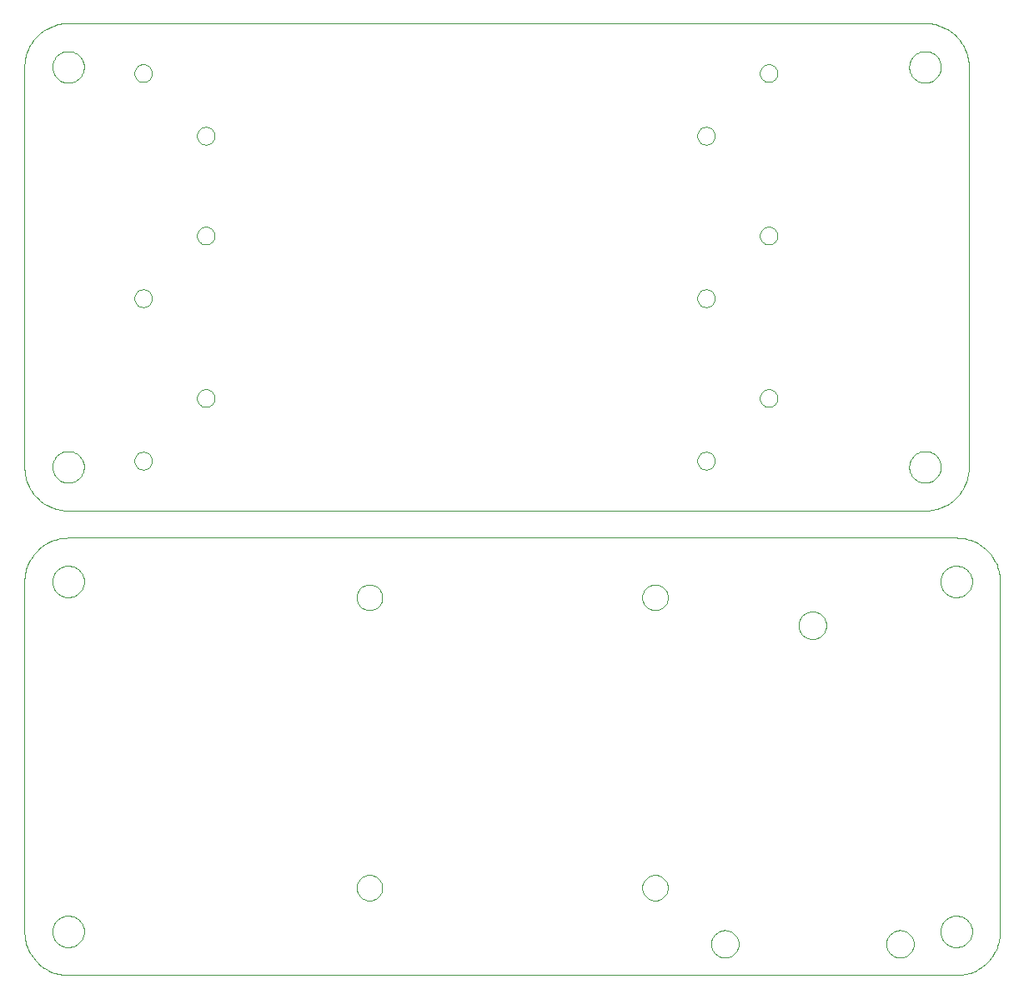
<source format=gbp>
%MOIN*%
%OFA0B0*%
%FSLAX24Y24*%
%IPPOS*%
%LPD*%
%AMOC8*
5,1,8,0,0,$1,202.5*%
%AMOC80*
5,1,8,0,0,$1,-67.5*%
%ADD10C,0*%
%ADD21C,0*%
G75*
%LPD*%
D10*
X037345Y017463D02*
X001844Y017463D01*
X002475Y015713D02*
X002473Y015663D01*
X002467Y015613D01*
X002457Y015564D01*
X002443Y015516D01*
X002426Y015469D01*
X002405Y015424D01*
X002380Y015380D01*
X002352Y015339D01*
X002320Y015300D01*
X002286Y015263D01*
X002249Y015229D01*
X002209Y015199D01*
X002167Y015172D01*
X002123Y015148D01*
X002077Y015127D01*
X002030Y015111D01*
X001981Y015098D01*
X001932Y015088D01*
X001882Y015084D01*
X001832Y015083D01*
X001782Y015086D01*
X001733Y015093D01*
X001684Y015104D01*
X001636Y015119D01*
X001590Y015137D01*
X001545Y015159D01*
X001502Y015185D01*
X001461Y015214D01*
X001422Y015245D01*
X001386Y015281D01*
X001354Y015319D01*
X001324Y015359D01*
X001297Y015402D01*
X001274Y015446D01*
X001255Y015491D01*
X001239Y015540D01*
X001227Y015589D01*
X001219Y015638D01*
X001215Y015688D01*
X001215Y015738D01*
X001219Y015788D01*
X001227Y015837D01*
X001239Y015886D01*
X001255Y015934D01*
X001274Y015980D01*
X001297Y016024D01*
X001324Y016067D01*
X001354Y016107D01*
X001386Y016145D01*
X001422Y016180D01*
X001461Y016212D01*
X001502Y016240D01*
X001545Y016267D01*
X001590Y016289D01*
X001636Y016306D01*
X001684Y016322D01*
X001733Y016333D01*
X001782Y016339D01*
X001832Y016343D01*
X001882Y016342D01*
X001932Y016337D01*
X001981Y016328D01*
X002030Y016315D01*
X002077Y016298D01*
X002123Y016277D01*
X002167Y016254D01*
X002209Y016227D01*
X002249Y016197D01*
X002286Y016163D01*
X002320Y016126D01*
X002352Y016087D01*
X002380Y016046D01*
X002405Y016002D01*
X002426Y015956D01*
X002443Y015910D01*
X002457Y015862D01*
X002467Y015813D01*
X002473Y015763D01*
X002475Y015713D01*
X001844Y017463D02*
X001761Y017460D01*
X001678Y017455D01*
X001596Y017445D01*
X001514Y017431D01*
X001432Y017414D01*
X001351Y017392D01*
X001273Y017367D01*
X001195Y017338D01*
X001118Y017305D01*
X001043Y017268D01*
X000970Y017229D01*
X000898Y017185D01*
X000830Y017139D01*
X000763Y017089D01*
X000699Y017036D01*
X000637Y016980D01*
X000578Y016921D01*
X000522Y016859D01*
X000468Y016795D01*
X000419Y016728D01*
X000373Y016659D01*
X000329Y016588D01*
X000290Y016515D01*
X000253Y016440D01*
X000220Y016362D01*
X000191Y016285D01*
X000166Y016206D01*
X000144Y016126D01*
X000127Y016044D01*
X000112Y015962D01*
X000102Y015878D01*
X000097Y015795D01*
X000095Y015713D01*
X000095Y001713D01*
X002475Y001713D02*
X002473Y001662D01*
X002467Y001613D01*
X002457Y001564D01*
X002443Y001516D01*
X002426Y001469D01*
X002405Y001424D01*
X002380Y001380D01*
X002352Y001339D01*
X002320Y001300D01*
X002286Y001263D01*
X002249Y001229D01*
X002209Y001199D01*
X002167Y001172D01*
X002123Y001148D01*
X002077Y001127D01*
X002030Y001111D01*
X001981Y001098D01*
X001932Y001089D01*
X001882Y001084D01*
X001832Y001083D01*
X001782Y001086D01*
X001733Y001093D01*
X001684Y001104D01*
X001636Y001119D01*
X001590Y001137D01*
X001545Y001159D01*
X001502Y001185D01*
X001461Y001214D01*
X001422Y001246D01*
X001386Y001281D01*
X001354Y001319D01*
X001324Y001359D01*
X001297Y001402D01*
X001274Y001446D01*
X001255Y001492D01*
X001239Y001540D01*
X001227Y001589D01*
X001219Y001638D01*
X001215Y001688D01*
X001215Y001738D01*
X001219Y001787D01*
X001227Y001836D01*
X001239Y001886D01*
X001255Y001933D01*
X001274Y001980D01*
X001297Y002024D01*
X001324Y002067D01*
X001354Y002107D01*
X001386Y002145D01*
X001422Y002180D01*
X001461Y002212D01*
X001502Y002241D01*
X001545Y002267D01*
X001590Y002289D01*
X001636Y002307D01*
X001684Y002322D01*
X001733Y002333D01*
X001782Y002340D01*
X001832Y002343D01*
X001882Y002342D01*
X001932Y002337D01*
X001981Y002328D01*
X002030Y002315D01*
X002077Y002299D01*
X002123Y002278D01*
X002167Y002254D01*
X002209Y002227D01*
X002249Y002197D01*
X002286Y002163D01*
X002320Y002126D01*
X002352Y002087D01*
X002380Y002046D01*
X002405Y002002D01*
X002426Y001957D01*
X002443Y001910D01*
X002457Y001862D01*
X002467Y001813D01*
X002473Y001763D01*
X002475Y001713D01*
X001844Y-000036D02*
X001761Y-000034D01*
X001678Y-000027D01*
X001596Y-000018D01*
X001514Y-000004D01*
X001432Y000011D01*
X001351Y000034D01*
X001273Y000059D01*
X001195Y000088D01*
X001118Y000120D01*
X001043Y000158D01*
X000970Y000197D01*
X000898Y000241D01*
X000830Y000287D01*
X000763Y000337D01*
X000699Y000390D01*
X000637Y000445D01*
X000578Y000505D01*
X000522Y000567D01*
X000468Y000631D01*
X000419Y000698D01*
X000373Y000767D01*
X000329Y000838D01*
X000290Y000910D01*
X000253Y000985D01*
X000220Y001063D01*
X000191Y001141D01*
X000166Y001220D01*
X000144Y001300D01*
X000127Y001382D01*
X000112Y001464D01*
X000102Y001547D01*
X000097Y001630D01*
X000095Y001713D01*
X001844Y-000036D02*
X037345Y-000036D01*
X035645Y001213D02*
X035644Y001166D01*
X035637Y001120D01*
X035628Y001074D01*
X035615Y001029D01*
X035597Y000985D01*
X035576Y000944D01*
X035552Y000903D01*
X035524Y000867D01*
X035493Y000831D01*
X035459Y000799D01*
X035423Y000770D01*
X035384Y000743D01*
X035343Y000721D01*
X035300Y000702D01*
X035256Y000686D01*
X035211Y000674D01*
X035165Y000666D01*
X035118Y000662D01*
X035072Y000662D01*
X035025Y000666D01*
X034979Y000674D01*
X034934Y000686D01*
X034890Y000702D01*
X034847Y000721D01*
X034806Y000743D01*
X034767Y000770D01*
X034731Y000799D01*
X034696Y000831D01*
X034666Y000867D01*
X034638Y000903D01*
X034614Y000944D01*
X034592Y000985D01*
X034575Y001029D01*
X034562Y001074D01*
X034552Y001120D01*
X034546Y001166D01*
X034544Y001213D01*
X034546Y001260D01*
X034552Y001306D01*
X034562Y001351D01*
X034575Y001397D01*
X034592Y001440D01*
X034614Y001482D01*
X034638Y001522D01*
X034666Y001559D01*
X034696Y001593D01*
X034731Y001627D01*
X034767Y001655D01*
X034806Y001681D01*
X034847Y001705D01*
X034890Y001723D01*
X034934Y001739D01*
X034979Y001752D01*
X035025Y001760D01*
X035072Y001764D01*
X035118Y001764D01*
X035165Y001760D01*
X035211Y001752D01*
X035256Y001739D01*
X035300Y001723D01*
X035343Y001705D01*
X035384Y001681D01*
X035423Y001655D01*
X035459Y001627D01*
X035493Y001593D01*
X035524Y001559D01*
X035552Y001522D01*
X035576Y001482D01*
X035597Y001440D01*
X035615Y001397D01*
X035628Y001351D01*
X035637Y001306D01*
X035644Y001260D01*
X035645Y001213D01*
X037975Y001713D02*
X037973Y001662D01*
X037967Y001613D01*
X037957Y001564D01*
X037943Y001516D01*
X037926Y001469D01*
X037905Y001424D01*
X037880Y001380D01*
X037852Y001339D01*
X037820Y001300D01*
X037786Y001263D01*
X037749Y001229D01*
X037709Y001199D01*
X037667Y001172D01*
X037623Y001148D01*
X037577Y001127D01*
X037530Y001111D01*
X037482Y001098D01*
X037432Y001089D01*
X037383Y001084D01*
X037332Y001083D01*
X037282Y001086D01*
X037233Y001093D01*
X037184Y001104D01*
X037136Y001119D01*
X037089Y001137D01*
X037045Y001159D01*
X037002Y001185D01*
X036961Y001214D01*
X036922Y001246D01*
X036886Y001281D01*
X036853Y001319D01*
X036824Y001359D01*
X036797Y001402D01*
X036774Y001446D01*
X036755Y001492D01*
X036739Y001540D01*
X036727Y001589D01*
X036719Y001638D01*
X036715Y001688D01*
X036715Y001738D01*
X036719Y001787D01*
X036727Y001836D01*
X036739Y001886D01*
X036755Y001933D01*
X036774Y001980D01*
X036797Y002024D01*
X036824Y002067D01*
X036853Y002107D01*
X036886Y002145D01*
X036922Y002180D01*
X036961Y002212D01*
X037002Y002241D01*
X037045Y002267D01*
X037089Y002289D01*
X037136Y002307D01*
X037184Y002322D01*
X037233Y002333D01*
X037282Y002340D01*
X037332Y002343D01*
X037383Y002342D01*
X037432Y002337D01*
X037482Y002328D01*
X037530Y002315D01*
X037577Y002299D01*
X037623Y002278D01*
X037667Y002254D01*
X037709Y002227D01*
X037749Y002197D01*
X037786Y002163D01*
X037820Y002126D01*
X037852Y002087D01*
X037880Y002046D01*
X037905Y002002D01*
X037926Y001957D01*
X037943Y001910D01*
X037957Y001862D01*
X037967Y001813D01*
X037973Y001763D01*
X037975Y001713D01*
X039095Y001713D02*
X039093Y001630D01*
X039087Y001547D01*
X039077Y001464D01*
X039063Y001382D01*
X039045Y001300D01*
X039024Y001220D01*
X038999Y001141D01*
X038970Y001063D01*
X038937Y000985D01*
X038900Y000910D01*
X038861Y000838D01*
X038817Y000767D01*
X038771Y000698D01*
X038721Y000631D01*
X038668Y000567D01*
X038612Y000505D01*
X038553Y000445D01*
X038491Y000390D01*
X038427Y000337D01*
X038360Y000287D01*
X038291Y000241D01*
X038220Y000197D01*
X038147Y000158D01*
X038072Y000120D01*
X037995Y000088D01*
X037917Y000059D01*
X037837Y000034D01*
X037758Y000011D01*
X037676Y-000004D01*
X037593Y-000018D01*
X037511Y-000027D01*
X037428Y-000034D01*
X037345Y-000036D01*
X039095Y001713D02*
X039095Y015713D01*
X037975Y015713D02*
X037973Y015663D01*
X037967Y015613D01*
X037957Y015564D01*
X037943Y015516D01*
X037926Y015469D01*
X037905Y015424D01*
X037880Y015380D01*
X037852Y015339D01*
X037820Y015300D01*
X037786Y015263D01*
X037749Y015229D01*
X037709Y015199D01*
X037667Y015172D01*
X037623Y015148D01*
X037577Y015127D01*
X037530Y015111D01*
X037482Y015098D01*
X037432Y015088D01*
X037383Y015084D01*
X037332Y015083D01*
X037282Y015086D01*
X037233Y015093D01*
X037184Y015104D01*
X037136Y015119D01*
X037089Y015137D01*
X037045Y015159D01*
X037002Y015185D01*
X036961Y015214D01*
X036922Y015245D01*
X036886Y015281D01*
X036853Y015319D01*
X036824Y015359D01*
X036797Y015402D01*
X036774Y015446D01*
X036755Y015491D01*
X036739Y015540D01*
X036727Y015589D01*
X036719Y015638D01*
X036715Y015688D01*
X036715Y015738D01*
X036719Y015788D01*
X036727Y015837D01*
X036739Y015886D01*
X036755Y015934D01*
X036774Y015980D01*
X036797Y016024D01*
X036824Y016067D01*
X036853Y016107D01*
X036886Y016145D01*
X036922Y016180D01*
X036961Y016212D01*
X037002Y016240D01*
X037045Y016267D01*
X037089Y016289D01*
X037136Y016306D01*
X037184Y016322D01*
X037233Y016333D01*
X037282Y016339D01*
X037332Y016343D01*
X037383Y016342D01*
X037432Y016337D01*
X037482Y016328D01*
X037530Y016315D01*
X037577Y016298D01*
X037623Y016277D01*
X037667Y016254D01*
X037709Y016227D01*
X037749Y016197D01*
X037786Y016163D01*
X037820Y016126D01*
X037852Y016087D01*
X037880Y016046D01*
X037905Y016002D01*
X037926Y015956D01*
X037943Y015910D01*
X037957Y015862D01*
X037967Y015813D01*
X037973Y015763D01*
X037975Y015713D01*
X039095Y015713D02*
X039093Y015795D01*
X039087Y015878D01*
X039077Y015962D01*
X039063Y016044D01*
X039045Y016126D01*
X039024Y016206D01*
X038999Y016285D01*
X038970Y016362D01*
X038937Y016440D01*
X038900Y016515D01*
X038861Y016588D01*
X038817Y016659D01*
X038771Y016728D01*
X038721Y016795D01*
X038668Y016859D01*
X038612Y016921D01*
X038553Y016980D01*
X038491Y017036D01*
X038427Y017089D01*
X038360Y017139D01*
X038291Y017185D01*
X038220Y017229D01*
X038147Y017268D01*
X038072Y017305D01*
X037995Y017338D01*
X037917Y017367D01*
X037837Y017392D01*
X037758Y017414D01*
X037676Y017431D01*
X037593Y017445D01*
X037511Y017455D01*
X037428Y017460D01*
X037345Y017463D01*
X032146Y013963D02*
X032144Y013915D01*
X032138Y013870D01*
X032128Y013824D01*
X032115Y013778D01*
X032097Y013735D01*
X032075Y013694D01*
X032052Y013654D01*
X032024Y013617D01*
X031993Y013582D01*
X031959Y013549D01*
X031923Y013520D01*
X031884Y013493D01*
X031843Y013471D01*
X031800Y013452D01*
X031756Y013435D01*
X031711Y013423D01*
X031664Y013415D01*
X031618Y013412D01*
X031572Y013412D01*
X031525Y013415D01*
X031479Y013423D01*
X031434Y013435D01*
X031389Y013452D01*
X031347Y013471D01*
X031306Y013493D01*
X031267Y013520D01*
X031231Y013549D01*
X031196Y013582D01*
X031166Y013617D01*
X031138Y013654D01*
X031114Y013694D01*
X031093Y013735D01*
X031075Y013778D01*
X031062Y013824D01*
X031052Y013870D01*
X031046Y013915D01*
X031044Y013963D01*
X031046Y014010D01*
X031052Y014056D01*
X031062Y014101D01*
X031075Y014147D01*
X031093Y014190D01*
X031114Y014232D01*
X031138Y014271D01*
X031166Y014309D01*
X031196Y014343D01*
X031231Y014377D01*
X031267Y014406D01*
X031306Y014432D01*
X031347Y014455D01*
X031389Y014474D01*
X031434Y014490D01*
X031479Y014502D01*
X031525Y014510D01*
X031572Y014513D01*
X031618Y014513D01*
X031664Y014510D01*
X031711Y014502D01*
X031756Y014490D01*
X031800Y014474D01*
X031843Y014455D01*
X031884Y014432D01*
X031923Y014406D01*
X031959Y014377D01*
X031993Y014343D01*
X032024Y014309D01*
X032052Y014271D01*
X032075Y014232D01*
X032097Y014190D01*
X032115Y014147D01*
X032128Y014101D01*
X032138Y014056D01*
X032144Y014010D01*
X032146Y013963D01*
X025816Y015077D02*
X025814Y015032D01*
X025808Y014988D01*
X025798Y014943D01*
X025785Y014902D01*
X025767Y014861D01*
X025747Y014821D01*
X025722Y014783D01*
X025696Y014748D01*
X025666Y014715D01*
X025633Y014685D01*
X025598Y014658D01*
X025560Y014634D01*
X025519Y014613D01*
X025479Y014596D01*
X025437Y014581D01*
X025393Y014573D01*
X025349Y014567D01*
X025304Y014564D01*
X025259Y014567D01*
X025215Y014573D01*
X025171Y014581D01*
X025129Y014596D01*
X025088Y014613D01*
X025048Y014634D01*
X025010Y014658D01*
X024975Y014685D01*
X024942Y014715D01*
X024912Y014748D01*
X024885Y014783D01*
X024861Y014821D01*
X024840Y014861D01*
X024823Y014902D01*
X024809Y014943D01*
X024800Y014988D01*
X024794Y015032D01*
X024792Y015077D01*
X024794Y015121D01*
X024800Y015166D01*
X024809Y015209D01*
X024823Y015251D01*
X024840Y015293D01*
X024861Y015332D01*
X024885Y015371D01*
X024912Y015406D01*
X024942Y015439D01*
X024975Y015469D01*
X025010Y015496D01*
X025048Y015520D01*
X025088Y015541D01*
X025129Y015558D01*
X025171Y015572D01*
X025215Y015581D01*
X025259Y015587D01*
X025304Y015589D01*
X025349Y015587D01*
X025393Y015581D01*
X025437Y015572D01*
X025479Y015558D01*
X025519Y015541D01*
X025560Y015520D01*
X025598Y015496D01*
X025633Y015469D01*
X025666Y015439D01*
X025696Y015406D01*
X025722Y015371D01*
X025747Y015332D01*
X025767Y015293D01*
X025785Y015251D01*
X025798Y015209D01*
X025808Y015166D01*
X025814Y015121D01*
X025816Y015077D01*
X014399Y015077D02*
X014397Y015032D01*
X014391Y014988D01*
X014382Y014943D01*
X014368Y014902D01*
X014351Y014861D01*
X014330Y014821D01*
X014306Y014783D01*
X014279Y014748D01*
X014249Y014715D01*
X014215Y014685D01*
X014181Y014658D01*
X014142Y014634D01*
X014103Y014613D01*
X014061Y014596D01*
X014020Y014581D01*
X013975Y014573D01*
X013932Y014567D01*
X013887Y014564D01*
X013842Y014567D01*
X013797Y014573D01*
X013754Y014581D01*
X013712Y014596D01*
X013671Y014613D01*
X013631Y014634D01*
X013593Y014658D01*
X013557Y014685D01*
X013525Y014715D01*
X013495Y014748D01*
X013468Y014783D01*
X013444Y014821D01*
X013423Y014861D01*
X013406Y014902D01*
X013392Y014943D01*
X013383Y014988D01*
X013376Y015032D01*
X013375Y015077D01*
X013376Y015121D01*
X013383Y015166D01*
X013392Y015209D01*
X013406Y015251D01*
X013423Y015293D01*
X013444Y015332D01*
X013468Y015371D01*
X013495Y015406D01*
X013525Y015439D01*
X013557Y015469D01*
X013593Y015496D01*
X013631Y015520D01*
X013671Y015541D01*
X013712Y015558D01*
X013754Y015572D01*
X013797Y015581D01*
X013842Y015587D01*
X013887Y015589D01*
X013932Y015587D01*
X013975Y015581D01*
X014020Y015572D01*
X014061Y015558D01*
X014103Y015541D01*
X014142Y015520D01*
X014181Y015496D01*
X014215Y015469D01*
X014249Y015439D01*
X014279Y015406D01*
X014306Y015371D01*
X014330Y015332D01*
X014351Y015293D01*
X014368Y015251D01*
X014382Y015209D01*
X014391Y015166D01*
X014397Y015121D01*
X014399Y015077D01*
X014399Y003462D02*
X014397Y003417D01*
X014391Y003373D01*
X014382Y003330D01*
X014368Y003288D01*
X014351Y003247D01*
X014330Y003207D01*
X014306Y003169D01*
X014279Y003134D01*
X014249Y003101D01*
X014215Y003071D01*
X014181Y003044D01*
X014142Y003020D01*
X014103Y002999D01*
X014061Y002982D01*
X014020Y002968D01*
X013975Y002959D01*
X013932Y002953D01*
X013887Y002950D01*
X013842Y002953D01*
X013797Y002959D01*
X013754Y002968D01*
X013712Y002982D01*
X013671Y002999D01*
X013631Y003020D01*
X013593Y003044D01*
X013557Y003071D01*
X013525Y003101D01*
X013495Y003134D01*
X013468Y003169D01*
X013444Y003207D01*
X013423Y003247D01*
X013406Y003288D01*
X013392Y003330D01*
X013383Y003373D01*
X013376Y003417D01*
X013375Y003462D01*
X013376Y003507D01*
X013383Y003552D01*
X013392Y003595D01*
X013406Y003638D01*
X013423Y003679D01*
X013444Y003719D01*
X013468Y003757D01*
X013495Y003792D01*
X013525Y003825D01*
X013557Y003855D01*
X013593Y003882D01*
X013631Y003906D01*
X013671Y003927D01*
X013712Y003943D01*
X013754Y003958D01*
X013797Y003967D01*
X013842Y003973D01*
X013887Y003975D01*
X013932Y003973D01*
X013975Y003967D01*
X014020Y003958D01*
X014061Y003943D01*
X014103Y003927D01*
X014142Y003906D01*
X014181Y003882D01*
X014215Y003855D01*
X014249Y003825D01*
X014279Y003792D01*
X014306Y003757D01*
X014330Y003719D01*
X014351Y003679D01*
X014368Y003638D01*
X014382Y003595D01*
X014391Y003552D01*
X014397Y003507D01*
X014399Y003462D01*
X025816Y003462D02*
X025814Y003417D01*
X025808Y003373D01*
X025798Y003330D01*
X025785Y003288D01*
X025767Y003247D01*
X025747Y003207D01*
X025722Y003169D01*
X025696Y003134D01*
X025666Y003101D01*
X025633Y003071D01*
X025598Y003044D01*
X025560Y003020D01*
X025519Y002999D01*
X025479Y002982D01*
X025437Y002968D01*
X025393Y002959D01*
X025349Y002953D01*
X025304Y002950D01*
X025259Y002953D01*
X025215Y002959D01*
X025171Y002968D01*
X025129Y002982D01*
X025088Y002999D01*
X025048Y003020D01*
X025010Y003044D01*
X024975Y003071D01*
X024942Y003101D01*
X024912Y003134D01*
X024885Y003169D01*
X024861Y003207D01*
X024840Y003247D01*
X024823Y003288D01*
X024809Y003330D01*
X024800Y003373D01*
X024794Y003417D01*
X024792Y003462D01*
X024794Y003507D01*
X024800Y003552D01*
X024809Y003595D01*
X024823Y003638D01*
X024840Y003679D01*
X024861Y003719D01*
X024885Y003757D01*
X024912Y003792D01*
X024942Y003825D01*
X024975Y003855D01*
X025010Y003882D01*
X025048Y003906D01*
X025088Y003927D01*
X025129Y003943D01*
X025171Y003958D01*
X025215Y003967D01*
X025259Y003973D01*
X025304Y003975D01*
X025349Y003973D01*
X025393Y003967D01*
X025437Y003958D01*
X025479Y003943D01*
X025519Y003927D01*
X025560Y003906D01*
X025598Y003882D01*
X025633Y003855D01*
X025666Y003825D01*
X025696Y003792D01*
X025722Y003757D01*
X025747Y003719D01*
X025767Y003679D01*
X025785Y003638D01*
X025798Y003595D01*
X025808Y003552D01*
X025814Y003507D01*
X025816Y003462D01*
X028645Y001213D02*
X028644Y001166D01*
X028638Y001120D01*
X028628Y001074D01*
X028615Y001029D01*
X028597Y000985D01*
X028576Y000944D01*
X028551Y000903D01*
X028524Y000867D01*
X028493Y000831D01*
X028459Y000799D01*
X028423Y000770D01*
X028384Y000743D01*
X028343Y000721D01*
X028299Y000702D01*
X028256Y000686D01*
X028211Y000674D01*
X028165Y000666D01*
X028118Y000662D01*
X028071Y000662D01*
X028024Y000666D01*
X027979Y000674D01*
X027934Y000686D01*
X027890Y000702D01*
X027847Y000721D01*
X027806Y000743D01*
X027767Y000770D01*
X027731Y000799D01*
X027697Y000831D01*
X027666Y000867D01*
X027638Y000903D01*
X027614Y000944D01*
X027593Y000985D01*
X027575Y001029D01*
X027562Y001074D01*
X027552Y001120D01*
X027546Y001166D01*
X027544Y001213D01*
X027546Y001260D01*
X027552Y001306D01*
X027562Y001351D01*
X027575Y001397D01*
X027593Y001440D01*
X027614Y001482D01*
X027638Y001522D01*
X027666Y001559D01*
X027697Y001593D01*
X027731Y001627D01*
X027767Y001655D01*
X027806Y001681D01*
X027847Y001705D01*
X027890Y001723D01*
X027934Y001739D01*
X027979Y001752D01*
X028024Y001760D01*
X028071Y001764D01*
X028118Y001764D01*
X028165Y001760D01*
X028211Y001752D01*
X028256Y001739D01*
X028299Y001723D01*
X028343Y001705D01*
X028384Y001681D01*
X028423Y001655D01*
X028459Y001627D01*
X028493Y001593D01*
X028524Y001559D01*
X028551Y001522D01*
X028576Y001482D01*
X028597Y001440D01*
X028615Y001397D01*
X028628Y001351D01*
X028638Y001306D01*
X028644Y001260D01*
X028645Y001213D01*
G04 next file*
%LPD*%
G75*
G04 skipping 70
D21*
X001843Y038048D02*
X036093Y038048D01*
X036093Y036928D02*
X036143Y036926D01*
X036193Y036920D01*
X036242Y036910D01*
X036290Y036896D01*
X036337Y036879D01*
X036381Y036857D01*
X036426Y036833D01*
X036467Y036805D01*
X036505Y036772D01*
X036543Y036739D01*
X036577Y036702D01*
X036607Y036662D01*
X036634Y036620D01*
X036658Y036576D01*
X036679Y036530D01*
X036695Y036483D01*
X036708Y036435D01*
X036717Y036385D01*
X036722Y036336D01*
X036723Y036284D01*
X036720Y036235D01*
X036713Y036186D01*
X036702Y036137D01*
X036687Y036089D01*
X036669Y036043D01*
X036647Y035998D01*
X036621Y035955D01*
X036592Y035914D01*
X036560Y035875D01*
X036524Y035839D01*
X036487Y035807D01*
X036447Y035777D01*
X036404Y035750D01*
X036360Y035727D01*
X036314Y035708D01*
X036266Y035692D01*
X036217Y035680D01*
X036168Y035672D01*
X036118Y035668D01*
X036068Y035668D01*
X036017Y035672D01*
X035969Y035680D01*
X035920Y035692D01*
X035872Y035708D01*
X035826Y035727D01*
X035782Y035750D01*
X035739Y035777D01*
X035699Y035807D01*
X035661Y035839D01*
X035626Y035875D01*
X035594Y035914D01*
X035565Y035955D01*
X035539Y035998D01*
X035517Y036043D01*
X035499Y036089D01*
X035484Y036137D01*
X035473Y036186D01*
X035466Y036235D01*
X035463Y036284D01*
X035464Y036336D01*
X035469Y036385D01*
X035478Y036435D01*
X035491Y036483D01*
X035507Y036530D01*
X035528Y036576D01*
X035552Y036620D01*
X035579Y036662D01*
X035609Y036702D01*
X035643Y036739D01*
X035680Y036772D01*
X035719Y036805D01*
X035760Y036833D01*
X035804Y036857D01*
X035849Y036879D01*
X035896Y036896D01*
X035944Y036910D01*
X035993Y036920D01*
X036043Y036926D01*
X036093Y036928D01*
X036093Y038048D02*
X036176Y038046D01*
X036259Y038040D01*
X036342Y038030D01*
X036424Y038016D01*
X036505Y037999D01*
X036586Y037977D01*
X036665Y037952D01*
X036743Y037923D01*
X036820Y037890D01*
X036895Y037853D01*
X036968Y037814D01*
X037039Y037770D01*
X037108Y037724D01*
X037175Y037674D01*
X037239Y037621D01*
X037301Y037565D01*
X037360Y037506D01*
X037416Y037444D01*
X037469Y037380D01*
X037519Y037313D01*
X037565Y037244D01*
X037609Y037173D01*
X037648Y037100D01*
X037685Y037025D01*
X037717Y036948D01*
X037747Y036869D01*
X037772Y036791D01*
X037794Y036711D01*
X037811Y036629D01*
X037825Y036547D01*
X037835Y036464D01*
X037841Y036381D01*
X037843Y036298D01*
X037843Y020298D01*
X036093Y020928D02*
X036143Y020926D01*
X036193Y020920D01*
X036242Y020910D01*
X036290Y020896D01*
X036337Y020879D01*
X036381Y020858D01*
X036426Y020833D01*
X036467Y020804D01*
X036505Y020773D01*
X036543Y020739D01*
X036577Y020702D01*
X036607Y020661D01*
X036634Y020620D01*
X036658Y020576D01*
X036679Y020530D01*
X036695Y020482D01*
X036708Y020435D01*
X036717Y020385D01*
X036722Y020336D01*
X036723Y020285D01*
X036720Y020235D01*
X036713Y020186D01*
X036702Y020137D01*
X036687Y020089D01*
X036669Y020043D01*
X036647Y019998D01*
X036621Y019955D01*
X036592Y019914D01*
X036560Y019875D01*
X036524Y019839D01*
X036487Y019807D01*
X036447Y019777D01*
X036404Y019750D01*
X036360Y019727D01*
X036314Y019708D01*
X036266Y019692D01*
X036217Y019680D01*
X036168Y019672D01*
X036118Y019668D01*
X036068Y019668D01*
X036017Y019672D01*
X035969Y019680D01*
X035920Y019692D01*
X035872Y019708D01*
X035826Y019727D01*
X035782Y019750D01*
X035739Y019777D01*
X035699Y019807D01*
X035661Y019839D01*
X035626Y019875D01*
X035594Y019914D01*
X035565Y019955D01*
X035539Y019998D01*
X035517Y020043D01*
X035499Y020089D01*
X035484Y020137D01*
X035473Y020186D01*
X035466Y020235D01*
X035463Y020285D01*
X035464Y020336D01*
X035469Y020385D01*
X035478Y020435D01*
X035491Y020482D01*
X035507Y020530D01*
X035528Y020576D01*
X035552Y020620D01*
X035579Y020661D01*
X035609Y020702D01*
X035643Y020739D01*
X035680Y020773D01*
X035719Y020804D01*
X035760Y020833D01*
X035804Y020858D01*
X035849Y020879D01*
X035896Y020896D01*
X035944Y020910D01*
X035993Y020920D01*
X036043Y020926D01*
X036093Y020928D01*
X037843Y020298D02*
X037841Y020215D01*
X037835Y020132D01*
X037825Y020049D01*
X037811Y019967D01*
X037794Y019884D01*
X037772Y019805D01*
X037747Y019726D01*
X037717Y019648D01*
X037685Y019571D01*
X037648Y019496D01*
X037609Y019423D01*
X037565Y019352D01*
X037519Y019282D01*
X037469Y019216D01*
X037416Y019152D01*
X037360Y019090D01*
X037301Y019030D01*
X037239Y018974D01*
X037175Y018922D01*
X037108Y018872D01*
X037039Y018826D01*
X036968Y018782D01*
X036895Y018743D01*
X036820Y018706D01*
X036743Y018672D01*
X036665Y018644D01*
X036586Y018619D01*
X036505Y018597D01*
X036424Y018580D01*
X036342Y018566D01*
X036259Y018556D01*
X036176Y018550D01*
X036093Y018548D01*
X001843Y018548D01*
X001843Y020928D02*
X001893Y020926D01*
X001943Y020920D01*
X001991Y020910D01*
X002039Y020896D01*
X002087Y020879D01*
X002132Y020858D01*
X002176Y020833D01*
X002217Y020804D01*
X002256Y020773D01*
X002293Y020739D01*
X002327Y020702D01*
X002357Y020661D01*
X002384Y020620D01*
X002408Y020576D01*
X002429Y020530D01*
X002445Y020482D01*
X002458Y020435D01*
X002467Y020385D01*
X002472Y020336D01*
X002473Y020285D01*
X002470Y020235D01*
X002463Y020186D01*
X002452Y020137D01*
X002437Y020089D01*
X002419Y020043D01*
X002397Y019998D01*
X002371Y019955D01*
X002342Y019914D01*
X002310Y019875D01*
X002275Y019839D01*
X002237Y019807D01*
X002197Y019777D01*
X002154Y019750D01*
X002110Y019727D01*
X002064Y019708D01*
X002016Y019692D01*
X001967Y019680D01*
X001918Y019672D01*
X001867Y019668D01*
X001818Y019668D01*
X001768Y019672D01*
X001719Y019680D01*
X001669Y019692D01*
X001622Y019708D01*
X001576Y019727D01*
X001532Y019750D01*
X001489Y019777D01*
X001449Y019807D01*
X001411Y019839D01*
X001376Y019875D01*
X001344Y019914D01*
X001315Y019955D01*
X001288Y019998D01*
X001267Y020043D01*
X001249Y020089D01*
X001234Y020137D01*
X001223Y020186D01*
X001216Y020235D01*
X001213Y020285D01*
X001214Y020336D01*
X001219Y020385D01*
X001228Y020435D01*
X001241Y020482D01*
X001257Y020530D01*
X001278Y020576D01*
X001302Y020620D01*
X001329Y020661D01*
X001359Y020702D01*
X001393Y020739D01*
X001429Y020773D01*
X001469Y020804D01*
X001510Y020833D01*
X001554Y020858D01*
X001598Y020879D01*
X001646Y020896D01*
X001693Y020910D01*
X001743Y020920D01*
X001792Y020926D01*
X001843Y020928D01*
X000092Y020298D02*
X000095Y020215D01*
X000101Y020132D01*
X000111Y020049D01*
X000125Y019967D01*
X000142Y019884D01*
X000164Y019805D01*
X000189Y019726D01*
X000218Y019648D01*
X000251Y019571D01*
X000288Y019496D01*
X000327Y019423D01*
X000371Y019352D01*
X000417Y019282D01*
X000466Y019216D01*
X000520Y019152D01*
X000576Y019090D01*
X000635Y019030D01*
X000697Y018974D01*
X000761Y018922D01*
X000827Y018872D01*
X000897Y018826D01*
X000967Y018782D01*
X001041Y018743D01*
X001116Y018706D01*
X001193Y018672D01*
X001271Y018644D01*
X001350Y018619D01*
X001429Y018597D01*
X001512Y018580D01*
X001593Y018566D01*
X001676Y018556D01*
X001760Y018550D01*
X001843Y018548D01*
X000092Y020298D02*
X000092Y036298D01*
X001843Y036928D02*
X001893Y036926D01*
X001943Y036920D01*
X001991Y036910D01*
X002039Y036896D01*
X002087Y036879D01*
X002132Y036857D01*
X002176Y036833D01*
X002217Y036805D01*
X002256Y036772D01*
X002293Y036739D01*
X002327Y036702D01*
X002357Y036662D01*
X002384Y036620D01*
X002408Y036576D01*
X002429Y036530D01*
X002445Y036483D01*
X002458Y036435D01*
X002467Y036385D01*
X002472Y036336D01*
X002473Y036284D01*
X002470Y036235D01*
X002463Y036186D01*
X002452Y036137D01*
X002437Y036089D01*
X002419Y036043D01*
X002397Y035998D01*
X002371Y035955D01*
X002342Y035914D01*
X002310Y035875D01*
X002275Y035839D01*
X002237Y035807D01*
X002197Y035777D01*
X002154Y035750D01*
X002110Y035727D01*
X002064Y035708D01*
X002016Y035692D01*
X001967Y035680D01*
X001918Y035672D01*
X001867Y035668D01*
X001818Y035668D01*
X001768Y035672D01*
X001719Y035680D01*
X001669Y035692D01*
X001622Y035708D01*
X001576Y035727D01*
X001532Y035750D01*
X001489Y035777D01*
X001449Y035807D01*
X001411Y035839D01*
X001376Y035875D01*
X001344Y035914D01*
X001315Y035955D01*
X001288Y035998D01*
X001267Y036043D01*
X001249Y036089D01*
X001234Y036137D01*
X001223Y036186D01*
X001216Y036235D01*
X001213Y036284D01*
X001214Y036336D01*
X001219Y036385D01*
X001228Y036435D01*
X001241Y036483D01*
X001257Y036530D01*
X001278Y036576D01*
X001302Y036620D01*
X001329Y036662D01*
X001359Y036702D01*
X001393Y036739D01*
X001429Y036772D01*
X001469Y036805D01*
X001510Y036833D01*
X001554Y036857D01*
X001598Y036879D01*
X001646Y036896D01*
X001693Y036910D01*
X001743Y036920D01*
X001792Y036926D01*
X001843Y036928D01*
X001843Y038048D02*
X001760Y038046D01*
X001676Y038040D01*
X001593Y038030D01*
X001512Y038016D01*
X001429Y037999D01*
X001350Y037977D01*
X001271Y037952D01*
X001193Y037923D01*
X001116Y037890D01*
X001041Y037853D01*
X000967Y037814D01*
X000897Y037770D01*
X000827Y037724D01*
X000761Y037674D01*
X000697Y037621D01*
X000635Y037565D01*
X000576Y037506D01*
X000520Y037444D01*
X000466Y037380D01*
X000417Y037313D01*
X000371Y037244D01*
X000327Y037173D01*
X000288Y037100D01*
X000251Y037025D01*
X000218Y036948D01*
X000189Y036869D01*
X000164Y036791D01*
X000142Y036711D01*
X000125Y036629D01*
X000111Y036547D01*
X000101Y036464D01*
X000095Y036381D01*
X000092Y036298D01*
X004841Y036404D02*
X004878Y036403D01*
X004915Y036397D01*
X004951Y036388D01*
X004985Y036373D01*
X005018Y036357D01*
X005050Y036337D01*
X005079Y036314D01*
X005104Y036288D01*
X005128Y036259D01*
X005148Y036228D01*
X005165Y036194D01*
X005179Y036160D01*
X005188Y036124D01*
X005194Y036087D01*
X005195Y036050D01*
X005194Y036013D01*
X005188Y035976D01*
X005179Y035940D01*
X005165Y035906D01*
X005148Y035873D01*
X005128Y035841D01*
X005104Y035812D01*
X005079Y035786D01*
X005050Y035763D01*
X005019Y035743D01*
X004985Y035726D01*
X004951Y035712D01*
X004915Y035703D01*
X004878Y035697D01*
X004841Y035695D01*
X004804Y035697D01*
X004767Y035703D01*
X004731Y035712D01*
X004697Y035726D01*
X004664Y035743D01*
X004632Y035763D01*
X004603Y035786D01*
X004577Y035812D01*
X004554Y035841D01*
X004534Y035872D01*
X004517Y035906D01*
X004503Y035940D01*
X004494Y035976D01*
X004488Y036013D01*
X004486Y036050D01*
X004488Y036087D01*
X004494Y036124D01*
X004503Y036160D01*
X004517Y036194D01*
X004534Y036227D01*
X004554Y036259D01*
X004577Y036288D01*
X004603Y036314D01*
X004632Y036337D01*
X004663Y036357D01*
X004697Y036373D01*
X004731Y036388D01*
X004767Y036397D01*
X004804Y036403D01*
X004841Y036404D01*
X007344Y033901D02*
X007380Y033899D01*
X007418Y033893D01*
X007453Y033884D01*
X007488Y033870D01*
X007521Y033852D01*
X007553Y033833D01*
X007582Y033810D01*
X007608Y033784D01*
X007631Y033755D01*
X007651Y033724D01*
X007668Y033690D01*
X007682Y033656D01*
X007691Y033620D01*
X007697Y033583D01*
X007699Y033546D01*
X007697Y033509D01*
X007691Y033472D01*
X007682Y033436D01*
X007668Y033402D01*
X007651Y033368D01*
X007631Y033337D01*
X007608Y033308D01*
X007582Y033282D01*
X007553Y033259D01*
X007522Y033239D01*
X007488Y033221D01*
X007453Y033208D01*
X007418Y033199D01*
X007380Y033193D01*
X007344Y033191D01*
X007307Y033193D01*
X007270Y033199D01*
X007234Y033208D01*
X007199Y033221D01*
X007166Y033239D01*
X007135Y033259D01*
X007105Y033282D01*
X007079Y033308D01*
X007057Y033337D01*
X007037Y033368D01*
X007019Y033402D01*
X007006Y033436D01*
X006997Y033472D01*
X006991Y033509D01*
X006988Y033546D01*
X006991Y033583D01*
X006997Y033620D01*
X007006Y033656D01*
X007019Y033690D01*
X007037Y033723D01*
X007057Y033755D01*
X007079Y033784D01*
X007105Y033810D01*
X007135Y033833D01*
X007165Y033852D01*
X007199Y033870D01*
X007234Y033884D01*
X007270Y033893D01*
X007307Y033899D01*
X007344Y033901D01*
X007344Y029905D02*
X007380Y029903D01*
X007418Y029897D01*
X007453Y029887D01*
X007488Y029874D01*
X007521Y029856D01*
X007553Y029836D01*
X007582Y029814D01*
X007608Y029788D01*
X007631Y029759D01*
X007651Y029728D01*
X007668Y029693D01*
X007682Y029660D01*
X007691Y029624D01*
X007697Y029587D01*
X007699Y029550D01*
X007697Y029512D01*
X007691Y029476D01*
X007682Y029440D01*
X007668Y029406D01*
X007651Y029372D01*
X007631Y029341D01*
X007608Y029312D01*
X007582Y029286D01*
X007553Y029263D01*
X007522Y029243D01*
X007488Y029226D01*
X007453Y029211D01*
X007418Y029203D01*
X007380Y029197D01*
X007344Y029195D01*
X007307Y029197D01*
X007270Y029203D01*
X007234Y029211D01*
X007199Y029226D01*
X007166Y029243D01*
X007135Y029263D01*
X007105Y029286D01*
X007079Y029312D01*
X007057Y029341D01*
X007037Y029371D01*
X007019Y029406D01*
X007006Y029440D01*
X006997Y029476D01*
X006991Y029512D01*
X006988Y029550D01*
X006991Y029587D01*
X006997Y029624D01*
X007006Y029660D01*
X007019Y029693D01*
X007037Y029727D01*
X007057Y029759D01*
X007079Y029788D01*
X007105Y029814D01*
X007135Y029836D01*
X007165Y029856D01*
X007199Y029874D01*
X007234Y029887D01*
X007270Y029897D01*
X007307Y029903D01*
X007344Y029905D01*
X004841Y027401D02*
X004878Y027399D01*
X004915Y027393D01*
X004951Y027384D01*
X004985Y027370D01*
X005018Y027353D01*
X005050Y027333D01*
X005079Y027310D01*
X005104Y027284D01*
X005128Y027254D01*
X005148Y027223D01*
X005165Y027190D01*
X005179Y027155D01*
X005188Y027120D01*
X005194Y027083D01*
X005195Y027046D01*
X005194Y027009D01*
X005188Y026971D01*
X005179Y026936D01*
X005165Y026902D01*
X005148Y026869D01*
X005128Y026837D01*
X005104Y026808D01*
X005079Y026782D01*
X005050Y026759D01*
X005019Y026739D01*
X004985Y026722D01*
X004951Y026708D01*
X004915Y026699D01*
X004878Y026692D01*
X004841Y026690D01*
X004804Y026692D01*
X004767Y026699D01*
X004731Y026708D01*
X004697Y026722D01*
X004664Y026739D01*
X004632Y026759D01*
X004603Y026782D01*
X004577Y026808D01*
X004554Y026837D01*
X004534Y026867D01*
X004517Y026902D01*
X004503Y026936D01*
X004494Y026971D01*
X004488Y027009D01*
X004486Y027046D01*
X004488Y027083D01*
X004494Y027120D01*
X004503Y027155D01*
X004517Y027190D01*
X004534Y027223D01*
X004554Y027254D01*
X004577Y027284D01*
X004603Y027310D01*
X004632Y027333D01*
X004663Y027353D01*
X004697Y027370D01*
X004731Y027384D01*
X004767Y027393D01*
X004804Y027399D01*
X004841Y027401D01*
X007344Y023405D02*
X007380Y023403D01*
X007418Y023397D01*
X007453Y023388D01*
X007488Y023374D01*
X007521Y023357D01*
X007553Y023337D01*
X007582Y023314D01*
X007608Y023288D01*
X007631Y023259D01*
X007651Y023228D01*
X007668Y023194D01*
X007682Y023160D01*
X007691Y023123D01*
X007697Y023087D01*
X007699Y023050D01*
X007697Y023013D01*
X007691Y022976D01*
X007682Y022940D01*
X007668Y022906D01*
X007651Y022873D01*
X007631Y022841D01*
X007608Y022812D01*
X007582Y022786D01*
X007553Y022763D01*
X007522Y022743D01*
X007488Y022726D01*
X007453Y022712D01*
X007418Y022703D01*
X007380Y022697D01*
X007344Y022695D01*
X007307Y022697D01*
X007270Y022703D01*
X007234Y022712D01*
X007199Y022726D01*
X007166Y022743D01*
X007135Y022763D01*
X007105Y022786D01*
X007079Y022812D01*
X007057Y022841D01*
X007037Y022872D01*
X007019Y022906D01*
X007006Y022940D01*
X006997Y022976D01*
X006991Y023013D01*
X006988Y023050D01*
X006991Y023087D01*
X006997Y023123D01*
X007006Y023160D01*
X007019Y023194D01*
X007037Y023227D01*
X007057Y023259D01*
X007079Y023288D01*
X007105Y023314D01*
X007135Y023337D01*
X007165Y023357D01*
X007199Y023374D01*
X007234Y023388D01*
X007270Y023397D01*
X007307Y023403D01*
X007344Y023405D01*
X004841Y020901D02*
X004878Y020899D01*
X004915Y020893D01*
X004951Y020884D01*
X004985Y020870D01*
X005018Y020853D01*
X005050Y020833D01*
X005079Y020810D01*
X005104Y020783D01*
X005128Y020755D01*
X005148Y020724D01*
X005165Y020690D01*
X005179Y020656D01*
X005188Y020620D01*
X005194Y020583D01*
X005195Y020546D01*
X005194Y020509D01*
X005188Y020472D01*
X005179Y020436D01*
X005165Y020402D01*
X005148Y020369D01*
X005128Y020337D01*
X005104Y020308D01*
X005079Y020282D01*
X005050Y020259D01*
X005019Y020238D01*
X004985Y020222D01*
X004951Y020208D01*
X004915Y020198D01*
X004878Y020193D01*
X004841Y020191D01*
X004804Y020193D01*
X004767Y020198D01*
X004731Y020208D01*
X004697Y020222D01*
X004664Y020238D01*
X004632Y020259D01*
X004603Y020282D01*
X004577Y020308D01*
X004554Y020337D01*
X004534Y020368D01*
X004517Y020402D01*
X004503Y020436D01*
X004494Y020472D01*
X004488Y020509D01*
X004486Y020546D01*
X004488Y020583D01*
X004494Y020620D01*
X004503Y020656D01*
X004517Y020690D01*
X004534Y020722D01*
X004554Y020755D01*
X004577Y020783D01*
X004603Y020810D01*
X004632Y020833D01*
X004663Y020853D01*
X004697Y020870D01*
X004731Y020884D01*
X004767Y020893D01*
X004804Y020899D01*
X004841Y020901D01*
X027341Y020901D02*
X027378Y020899D01*
X027415Y020893D01*
X027451Y020884D01*
X027485Y020870D01*
X027518Y020853D01*
X027550Y020833D01*
X027578Y020810D01*
X027605Y020783D01*
X027628Y020755D01*
X027648Y020724D01*
X027664Y020690D01*
X027679Y020656D01*
X027688Y020620D01*
X027694Y020583D01*
X027695Y020546D01*
X027694Y020509D01*
X027688Y020472D01*
X027679Y020436D01*
X027664Y020402D01*
X027648Y020369D01*
X027628Y020337D01*
X027605Y020308D01*
X027578Y020282D01*
X027550Y020259D01*
X027519Y020238D01*
X027485Y020222D01*
X027451Y020208D01*
X027415Y020198D01*
X027378Y020193D01*
X027341Y020191D01*
X027304Y020193D01*
X027267Y020198D01*
X027231Y020208D01*
X027197Y020222D01*
X027164Y020238D01*
X027132Y020259D01*
X027103Y020282D01*
X027077Y020308D01*
X027054Y020337D01*
X027034Y020368D01*
X027017Y020402D01*
X027003Y020436D01*
X026993Y020472D01*
X026987Y020509D01*
X026986Y020546D01*
X026987Y020583D01*
X026993Y020620D01*
X027003Y020656D01*
X027017Y020690D01*
X027034Y020722D01*
X027054Y020755D01*
X027077Y020783D01*
X027103Y020810D01*
X027132Y020833D01*
X027163Y020853D01*
X027197Y020870D01*
X027231Y020884D01*
X027267Y020893D01*
X027304Y020899D01*
X027341Y020901D01*
X029844Y023405D02*
X029881Y023403D01*
X029918Y023397D01*
X029954Y023388D01*
X029988Y023374D01*
X030021Y023357D01*
X030053Y023337D01*
X030082Y023314D01*
X030108Y023288D01*
X030131Y023259D01*
X030151Y023228D01*
X030168Y023194D01*
X030181Y023160D01*
X030191Y023123D01*
X030197Y023087D01*
X030198Y023050D01*
X030197Y023013D01*
X030191Y022976D01*
X030181Y022940D01*
X030168Y022906D01*
X030151Y022873D01*
X030131Y022841D01*
X030108Y022812D01*
X030082Y022786D01*
X030053Y022763D01*
X030022Y022743D01*
X029988Y022726D01*
X029954Y022712D01*
X029918Y022703D01*
X029881Y022697D01*
X029844Y022695D01*
X029807Y022697D01*
X029770Y022703D01*
X029734Y022712D01*
X029700Y022726D01*
X029667Y022743D01*
X029634Y022763D01*
X029606Y022786D01*
X029580Y022812D01*
X029557Y022841D01*
X029537Y022872D01*
X029519Y022906D01*
X029506Y022940D01*
X029496Y022976D01*
X029491Y023013D01*
X029488Y023050D01*
X029491Y023087D01*
X029496Y023123D01*
X029506Y023160D01*
X029519Y023194D01*
X029537Y023227D01*
X029557Y023259D01*
X029580Y023288D01*
X029606Y023314D01*
X029634Y023337D01*
X029666Y023357D01*
X029700Y023374D01*
X029734Y023388D01*
X029770Y023397D01*
X029807Y023403D01*
X029844Y023405D01*
X027341Y027401D02*
X027378Y027399D01*
X027415Y027393D01*
X027451Y027384D01*
X027485Y027370D01*
X027518Y027353D01*
X027550Y027333D01*
X027578Y027310D01*
X027605Y027284D01*
X027628Y027254D01*
X027648Y027223D01*
X027664Y027190D01*
X027679Y027155D01*
X027688Y027120D01*
X027694Y027083D01*
X027695Y027046D01*
X027694Y027009D01*
X027688Y026971D01*
X027679Y026936D01*
X027664Y026902D01*
X027648Y026869D01*
X027628Y026837D01*
X027605Y026808D01*
X027578Y026782D01*
X027550Y026759D01*
X027519Y026739D01*
X027485Y026722D01*
X027451Y026708D01*
X027415Y026699D01*
X027378Y026692D01*
X027341Y026690D01*
X027304Y026692D01*
X027267Y026699D01*
X027231Y026708D01*
X027197Y026722D01*
X027164Y026739D01*
X027132Y026759D01*
X027103Y026782D01*
X027077Y026808D01*
X027054Y026837D01*
X027034Y026867D01*
X027017Y026902D01*
X027003Y026936D01*
X026993Y026971D01*
X026987Y027009D01*
X026986Y027046D01*
X026987Y027083D01*
X026993Y027120D01*
X027003Y027155D01*
X027017Y027190D01*
X027034Y027223D01*
X027054Y027254D01*
X027077Y027284D01*
X027103Y027310D01*
X027132Y027333D01*
X027163Y027353D01*
X027197Y027370D01*
X027231Y027384D01*
X027267Y027393D01*
X027304Y027399D01*
X027341Y027401D01*
X029844Y029905D02*
X029881Y029903D01*
X029918Y029897D01*
X029954Y029887D01*
X029988Y029874D01*
X030021Y029856D01*
X030053Y029836D01*
X030082Y029814D01*
X030108Y029788D01*
X030131Y029759D01*
X030151Y029728D01*
X030168Y029693D01*
X030181Y029660D01*
X030191Y029624D01*
X030197Y029587D01*
X030198Y029550D01*
X030197Y029512D01*
X030191Y029476D01*
X030181Y029440D01*
X030168Y029406D01*
X030151Y029372D01*
X030131Y029341D01*
X030108Y029312D01*
X030082Y029286D01*
X030053Y029263D01*
X030022Y029243D01*
X029988Y029226D01*
X029954Y029211D01*
X029918Y029203D01*
X029881Y029197D01*
X029844Y029195D01*
X029807Y029197D01*
X029770Y029203D01*
X029734Y029211D01*
X029700Y029226D01*
X029667Y029243D01*
X029634Y029263D01*
X029606Y029286D01*
X029580Y029312D01*
X029557Y029341D01*
X029537Y029371D01*
X029519Y029406D01*
X029506Y029440D01*
X029496Y029476D01*
X029491Y029512D01*
X029488Y029550D01*
X029491Y029587D01*
X029496Y029624D01*
X029506Y029660D01*
X029519Y029693D01*
X029537Y029727D01*
X029557Y029759D01*
X029580Y029788D01*
X029606Y029814D01*
X029634Y029836D01*
X029666Y029856D01*
X029700Y029874D01*
X029734Y029887D01*
X029770Y029897D01*
X029807Y029903D01*
X029844Y029905D01*
X027341Y033901D02*
X027378Y033899D01*
X027415Y033893D01*
X027451Y033884D01*
X027485Y033870D01*
X027518Y033852D01*
X027550Y033833D01*
X027578Y033810D01*
X027605Y033784D01*
X027628Y033755D01*
X027648Y033724D01*
X027664Y033690D01*
X027679Y033656D01*
X027688Y033620D01*
X027694Y033583D01*
X027695Y033546D01*
X027694Y033509D01*
X027688Y033472D01*
X027679Y033436D01*
X027664Y033402D01*
X027648Y033368D01*
X027628Y033337D01*
X027605Y033308D01*
X027578Y033282D01*
X027550Y033259D01*
X027519Y033239D01*
X027485Y033221D01*
X027451Y033208D01*
X027415Y033199D01*
X027378Y033193D01*
X027341Y033191D01*
X027304Y033193D01*
X027267Y033199D01*
X027231Y033208D01*
X027197Y033221D01*
X027164Y033239D01*
X027132Y033259D01*
X027103Y033282D01*
X027077Y033308D01*
X027054Y033337D01*
X027034Y033368D01*
X027017Y033402D01*
X027003Y033436D01*
X026993Y033472D01*
X026987Y033509D01*
X026986Y033546D01*
X026987Y033583D01*
X026993Y033620D01*
X027003Y033656D01*
X027017Y033690D01*
X027034Y033723D01*
X027054Y033755D01*
X027077Y033784D01*
X027103Y033810D01*
X027132Y033833D01*
X027163Y033852D01*
X027197Y033870D01*
X027231Y033884D01*
X027267Y033893D01*
X027304Y033899D01*
X027341Y033901D01*
X029844Y036404D02*
X029881Y036403D01*
X029918Y036397D01*
X029954Y036388D01*
X029988Y036373D01*
X030021Y036357D01*
X030053Y036337D01*
X030082Y036314D01*
X030108Y036288D01*
X030131Y036259D01*
X030151Y036228D01*
X030168Y036194D01*
X030181Y036160D01*
X030191Y036124D01*
X030197Y036087D01*
X030198Y036050D01*
X030197Y036013D01*
X030191Y035976D01*
X030181Y035940D01*
X030168Y035906D01*
X030151Y035873D01*
X030131Y035841D01*
X030108Y035812D01*
X030082Y035786D01*
X030053Y035763D01*
X030022Y035743D01*
X029988Y035726D01*
X029954Y035712D01*
X029918Y035703D01*
X029881Y035697D01*
X029844Y035695D01*
X029807Y035697D01*
X029770Y035703D01*
X029734Y035712D01*
X029700Y035726D01*
X029667Y035743D01*
X029634Y035763D01*
X029606Y035786D01*
X029580Y035812D01*
X029557Y035841D01*
X029537Y035872D01*
X029519Y035906D01*
X029506Y035940D01*
X029496Y035976D01*
X029491Y036013D01*
X029488Y036050D01*
X029491Y036087D01*
X029496Y036124D01*
X029506Y036160D01*
X029519Y036194D01*
X029537Y036227D01*
X029557Y036259D01*
X029580Y036288D01*
X029606Y036314D01*
X029634Y036337D01*
X029666Y036357D01*
X029700Y036373D01*
X029734Y036388D01*
X029770Y036397D01*
X029807Y036403D01*
X029844Y036404D01*
M02*
</source>
